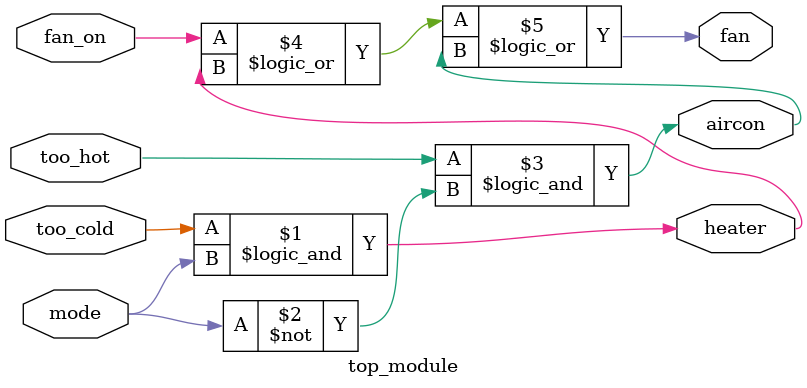
<source format=v>


module top_module (
    input too_cold,
    input too_hot,
    input mode,
    input fan_on,
    output heater,
    output aircon,
    output fan
); 

/**
    TruthTable
**/
    assign heater = too_cold && mode;
    assign aircon = too_hot && ~mode;
    assign fan = fan_on || heater || aircon;


endmodule
</source>
